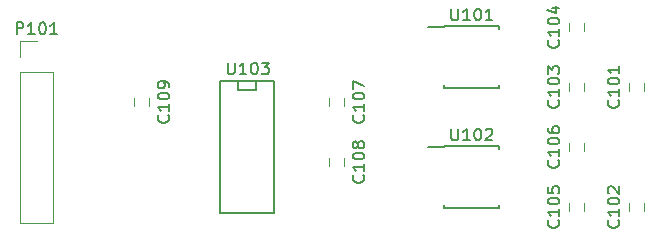
<source format=gto>
G04 #@! TF.FileFunction,Legend,Top*
%FSLAX46Y46*%
G04 Gerber Fmt 4.6, Leading zero omitted, Abs format (unit mm)*
G04 Created by KiCad (PCBNEW 4.0.4+e1-6308~48~ubuntu15.10.1-stable) date Wed Feb  8 23:39:13 2017*
%MOMM*%
%LPD*%
G01*
G04 APERTURE LIST*
%ADD10C,0.100000*%
%ADD11C,0.150000*%
%ADD12C,0.120000*%
G04 APERTURE END LIST*
D10*
D11*
X165862000Y-107442000D02*
X165862000Y-108204000D01*
X165862000Y-108204000D02*
X164338000Y-108204000D01*
X164338000Y-108204000D02*
X164338000Y-107442000D01*
X167386000Y-118618000D02*
X162814000Y-118618000D01*
X162814000Y-118618000D02*
X162814000Y-107442000D01*
X162814000Y-107442000D02*
X167386000Y-107442000D01*
X167386000Y-107442000D02*
X167386000Y-118618000D01*
D12*
X197520000Y-108300000D02*
X197520000Y-107600000D01*
X198720000Y-107600000D02*
X198720000Y-108300000D01*
X197520000Y-118460000D02*
X197520000Y-117760000D01*
X198720000Y-117760000D02*
X198720000Y-118460000D01*
X193640000Y-107600000D02*
X193640000Y-108300000D01*
X192440000Y-108300000D02*
X192440000Y-107600000D01*
X192440000Y-103220000D02*
X192440000Y-102520000D01*
X193640000Y-102520000D02*
X193640000Y-103220000D01*
X193640000Y-117760000D02*
X193640000Y-118460000D01*
X192440000Y-118460000D02*
X192440000Y-117760000D01*
X192440000Y-113380000D02*
X192440000Y-112680000D01*
X193640000Y-112680000D02*
X193640000Y-113380000D01*
X172120000Y-109570000D02*
X172120000Y-108870000D01*
X173320000Y-108870000D02*
X173320000Y-109570000D01*
X173320000Y-113950000D02*
X173320000Y-114650000D01*
X172120000Y-114650000D02*
X172120000Y-113950000D01*
X156810000Y-108870000D02*
X156810000Y-109570000D01*
X155610000Y-109570000D02*
X155610000Y-108870000D01*
X145930000Y-106680000D02*
X145930000Y-119500000D01*
X145930000Y-119500000D02*
X148710000Y-119500000D01*
X148710000Y-119500000D02*
X148710000Y-106680000D01*
X148710000Y-106680000D02*
X145930000Y-106680000D01*
X145930000Y-105410000D02*
X145930000Y-104020000D01*
X145930000Y-104020000D02*
X147320000Y-104020000D01*
D11*
X181825000Y-102785000D02*
X181825000Y-102910000D01*
X186475000Y-102785000D02*
X186475000Y-103010000D01*
X186475000Y-108035000D02*
X186475000Y-107810000D01*
X181825000Y-108035000D02*
X181825000Y-107810000D01*
X181825000Y-102785000D02*
X186475000Y-102785000D01*
X181825000Y-108035000D02*
X186475000Y-108035000D01*
X181825000Y-102910000D02*
X180475000Y-102910000D01*
X181825000Y-112945000D02*
X181825000Y-113070000D01*
X186475000Y-112945000D02*
X186475000Y-113170000D01*
X186475000Y-118195000D02*
X186475000Y-117970000D01*
X181825000Y-118195000D02*
X181825000Y-117970000D01*
X181825000Y-112945000D02*
X186475000Y-112945000D01*
X181825000Y-118195000D02*
X186475000Y-118195000D01*
X181825000Y-113070000D02*
X180475000Y-113070000D01*
X163512714Y-105878381D02*
X163512714Y-106687905D01*
X163560333Y-106783143D01*
X163607952Y-106830762D01*
X163703190Y-106878381D01*
X163893667Y-106878381D01*
X163988905Y-106830762D01*
X164036524Y-106783143D01*
X164084143Y-106687905D01*
X164084143Y-105878381D01*
X165084143Y-106878381D02*
X164512714Y-106878381D01*
X164798428Y-106878381D02*
X164798428Y-105878381D01*
X164703190Y-106021238D01*
X164607952Y-106116476D01*
X164512714Y-106164095D01*
X165703190Y-105878381D02*
X165798429Y-105878381D01*
X165893667Y-105926000D01*
X165941286Y-105973619D01*
X165988905Y-106068857D01*
X166036524Y-106259333D01*
X166036524Y-106497429D01*
X165988905Y-106687905D01*
X165941286Y-106783143D01*
X165893667Y-106830762D01*
X165798429Y-106878381D01*
X165703190Y-106878381D01*
X165607952Y-106830762D01*
X165560333Y-106783143D01*
X165512714Y-106687905D01*
X165465095Y-106497429D01*
X165465095Y-106259333D01*
X165512714Y-106068857D01*
X165560333Y-105973619D01*
X165607952Y-105926000D01*
X165703190Y-105878381D01*
X166369857Y-105878381D02*
X166988905Y-105878381D01*
X166655571Y-106259333D01*
X166798429Y-106259333D01*
X166893667Y-106306952D01*
X166941286Y-106354571D01*
X166988905Y-106449810D01*
X166988905Y-106687905D01*
X166941286Y-106783143D01*
X166893667Y-106830762D01*
X166798429Y-106878381D01*
X166512714Y-106878381D01*
X166417476Y-106830762D01*
X166369857Y-106783143D01*
X196577143Y-109069047D02*
X196624762Y-109116666D01*
X196672381Y-109259523D01*
X196672381Y-109354761D01*
X196624762Y-109497619D01*
X196529524Y-109592857D01*
X196434286Y-109640476D01*
X196243810Y-109688095D01*
X196100952Y-109688095D01*
X195910476Y-109640476D01*
X195815238Y-109592857D01*
X195720000Y-109497619D01*
X195672381Y-109354761D01*
X195672381Y-109259523D01*
X195720000Y-109116666D01*
X195767619Y-109069047D01*
X196672381Y-108116666D02*
X196672381Y-108688095D01*
X196672381Y-108402381D02*
X195672381Y-108402381D01*
X195815238Y-108497619D01*
X195910476Y-108592857D01*
X195958095Y-108688095D01*
X195672381Y-107497619D02*
X195672381Y-107402380D01*
X195720000Y-107307142D01*
X195767619Y-107259523D01*
X195862857Y-107211904D01*
X196053333Y-107164285D01*
X196291429Y-107164285D01*
X196481905Y-107211904D01*
X196577143Y-107259523D01*
X196624762Y-107307142D01*
X196672381Y-107402380D01*
X196672381Y-107497619D01*
X196624762Y-107592857D01*
X196577143Y-107640476D01*
X196481905Y-107688095D01*
X196291429Y-107735714D01*
X196053333Y-107735714D01*
X195862857Y-107688095D01*
X195767619Y-107640476D01*
X195720000Y-107592857D01*
X195672381Y-107497619D01*
X196672381Y-106211904D02*
X196672381Y-106783333D01*
X196672381Y-106497619D02*
X195672381Y-106497619D01*
X195815238Y-106592857D01*
X195910476Y-106688095D01*
X195958095Y-106783333D01*
X196577143Y-119229047D02*
X196624762Y-119276666D01*
X196672381Y-119419523D01*
X196672381Y-119514761D01*
X196624762Y-119657619D01*
X196529524Y-119752857D01*
X196434286Y-119800476D01*
X196243810Y-119848095D01*
X196100952Y-119848095D01*
X195910476Y-119800476D01*
X195815238Y-119752857D01*
X195720000Y-119657619D01*
X195672381Y-119514761D01*
X195672381Y-119419523D01*
X195720000Y-119276666D01*
X195767619Y-119229047D01*
X196672381Y-118276666D02*
X196672381Y-118848095D01*
X196672381Y-118562381D02*
X195672381Y-118562381D01*
X195815238Y-118657619D01*
X195910476Y-118752857D01*
X195958095Y-118848095D01*
X195672381Y-117657619D02*
X195672381Y-117562380D01*
X195720000Y-117467142D01*
X195767619Y-117419523D01*
X195862857Y-117371904D01*
X196053333Y-117324285D01*
X196291429Y-117324285D01*
X196481905Y-117371904D01*
X196577143Y-117419523D01*
X196624762Y-117467142D01*
X196672381Y-117562380D01*
X196672381Y-117657619D01*
X196624762Y-117752857D01*
X196577143Y-117800476D01*
X196481905Y-117848095D01*
X196291429Y-117895714D01*
X196053333Y-117895714D01*
X195862857Y-117848095D01*
X195767619Y-117800476D01*
X195720000Y-117752857D01*
X195672381Y-117657619D01*
X195767619Y-116943333D02*
X195720000Y-116895714D01*
X195672381Y-116800476D01*
X195672381Y-116562380D01*
X195720000Y-116467142D01*
X195767619Y-116419523D01*
X195862857Y-116371904D01*
X195958095Y-116371904D01*
X196100952Y-116419523D01*
X196672381Y-116990952D01*
X196672381Y-116371904D01*
X191492143Y-109069047D02*
X191539762Y-109116666D01*
X191587381Y-109259523D01*
X191587381Y-109354761D01*
X191539762Y-109497619D01*
X191444524Y-109592857D01*
X191349286Y-109640476D01*
X191158810Y-109688095D01*
X191015952Y-109688095D01*
X190825476Y-109640476D01*
X190730238Y-109592857D01*
X190635000Y-109497619D01*
X190587381Y-109354761D01*
X190587381Y-109259523D01*
X190635000Y-109116666D01*
X190682619Y-109069047D01*
X191587381Y-108116666D02*
X191587381Y-108688095D01*
X191587381Y-108402381D02*
X190587381Y-108402381D01*
X190730238Y-108497619D01*
X190825476Y-108592857D01*
X190873095Y-108688095D01*
X190587381Y-107497619D02*
X190587381Y-107402380D01*
X190635000Y-107307142D01*
X190682619Y-107259523D01*
X190777857Y-107211904D01*
X190968333Y-107164285D01*
X191206429Y-107164285D01*
X191396905Y-107211904D01*
X191492143Y-107259523D01*
X191539762Y-107307142D01*
X191587381Y-107402380D01*
X191587381Y-107497619D01*
X191539762Y-107592857D01*
X191492143Y-107640476D01*
X191396905Y-107688095D01*
X191206429Y-107735714D01*
X190968333Y-107735714D01*
X190777857Y-107688095D01*
X190682619Y-107640476D01*
X190635000Y-107592857D01*
X190587381Y-107497619D01*
X190587381Y-106830952D02*
X190587381Y-106211904D01*
X190968333Y-106545238D01*
X190968333Y-106402380D01*
X191015952Y-106307142D01*
X191063571Y-106259523D01*
X191158810Y-106211904D01*
X191396905Y-106211904D01*
X191492143Y-106259523D01*
X191539762Y-106307142D01*
X191587381Y-106402380D01*
X191587381Y-106688095D01*
X191539762Y-106783333D01*
X191492143Y-106830952D01*
X191497143Y-103989047D02*
X191544762Y-104036666D01*
X191592381Y-104179523D01*
X191592381Y-104274761D01*
X191544762Y-104417619D01*
X191449524Y-104512857D01*
X191354286Y-104560476D01*
X191163810Y-104608095D01*
X191020952Y-104608095D01*
X190830476Y-104560476D01*
X190735238Y-104512857D01*
X190640000Y-104417619D01*
X190592381Y-104274761D01*
X190592381Y-104179523D01*
X190640000Y-104036666D01*
X190687619Y-103989047D01*
X191592381Y-103036666D02*
X191592381Y-103608095D01*
X191592381Y-103322381D02*
X190592381Y-103322381D01*
X190735238Y-103417619D01*
X190830476Y-103512857D01*
X190878095Y-103608095D01*
X190592381Y-102417619D02*
X190592381Y-102322380D01*
X190640000Y-102227142D01*
X190687619Y-102179523D01*
X190782857Y-102131904D01*
X190973333Y-102084285D01*
X191211429Y-102084285D01*
X191401905Y-102131904D01*
X191497143Y-102179523D01*
X191544762Y-102227142D01*
X191592381Y-102322380D01*
X191592381Y-102417619D01*
X191544762Y-102512857D01*
X191497143Y-102560476D01*
X191401905Y-102608095D01*
X191211429Y-102655714D01*
X190973333Y-102655714D01*
X190782857Y-102608095D01*
X190687619Y-102560476D01*
X190640000Y-102512857D01*
X190592381Y-102417619D01*
X190925714Y-101227142D02*
X191592381Y-101227142D01*
X190544762Y-101465238D02*
X191259048Y-101703333D01*
X191259048Y-101084285D01*
X191492143Y-119229047D02*
X191539762Y-119276666D01*
X191587381Y-119419523D01*
X191587381Y-119514761D01*
X191539762Y-119657619D01*
X191444524Y-119752857D01*
X191349286Y-119800476D01*
X191158810Y-119848095D01*
X191015952Y-119848095D01*
X190825476Y-119800476D01*
X190730238Y-119752857D01*
X190635000Y-119657619D01*
X190587381Y-119514761D01*
X190587381Y-119419523D01*
X190635000Y-119276666D01*
X190682619Y-119229047D01*
X191587381Y-118276666D02*
X191587381Y-118848095D01*
X191587381Y-118562381D02*
X190587381Y-118562381D01*
X190730238Y-118657619D01*
X190825476Y-118752857D01*
X190873095Y-118848095D01*
X190587381Y-117657619D02*
X190587381Y-117562380D01*
X190635000Y-117467142D01*
X190682619Y-117419523D01*
X190777857Y-117371904D01*
X190968333Y-117324285D01*
X191206429Y-117324285D01*
X191396905Y-117371904D01*
X191492143Y-117419523D01*
X191539762Y-117467142D01*
X191587381Y-117562380D01*
X191587381Y-117657619D01*
X191539762Y-117752857D01*
X191492143Y-117800476D01*
X191396905Y-117848095D01*
X191206429Y-117895714D01*
X190968333Y-117895714D01*
X190777857Y-117848095D01*
X190682619Y-117800476D01*
X190635000Y-117752857D01*
X190587381Y-117657619D01*
X190587381Y-116419523D02*
X190587381Y-116895714D01*
X191063571Y-116943333D01*
X191015952Y-116895714D01*
X190968333Y-116800476D01*
X190968333Y-116562380D01*
X191015952Y-116467142D01*
X191063571Y-116419523D01*
X191158810Y-116371904D01*
X191396905Y-116371904D01*
X191492143Y-116419523D01*
X191539762Y-116467142D01*
X191587381Y-116562380D01*
X191587381Y-116800476D01*
X191539762Y-116895714D01*
X191492143Y-116943333D01*
X191497143Y-114149047D02*
X191544762Y-114196666D01*
X191592381Y-114339523D01*
X191592381Y-114434761D01*
X191544762Y-114577619D01*
X191449524Y-114672857D01*
X191354286Y-114720476D01*
X191163810Y-114768095D01*
X191020952Y-114768095D01*
X190830476Y-114720476D01*
X190735238Y-114672857D01*
X190640000Y-114577619D01*
X190592381Y-114434761D01*
X190592381Y-114339523D01*
X190640000Y-114196666D01*
X190687619Y-114149047D01*
X191592381Y-113196666D02*
X191592381Y-113768095D01*
X191592381Y-113482381D02*
X190592381Y-113482381D01*
X190735238Y-113577619D01*
X190830476Y-113672857D01*
X190878095Y-113768095D01*
X190592381Y-112577619D02*
X190592381Y-112482380D01*
X190640000Y-112387142D01*
X190687619Y-112339523D01*
X190782857Y-112291904D01*
X190973333Y-112244285D01*
X191211429Y-112244285D01*
X191401905Y-112291904D01*
X191497143Y-112339523D01*
X191544762Y-112387142D01*
X191592381Y-112482380D01*
X191592381Y-112577619D01*
X191544762Y-112672857D01*
X191497143Y-112720476D01*
X191401905Y-112768095D01*
X191211429Y-112815714D01*
X190973333Y-112815714D01*
X190782857Y-112768095D01*
X190687619Y-112720476D01*
X190640000Y-112672857D01*
X190592381Y-112577619D01*
X190592381Y-111387142D02*
X190592381Y-111577619D01*
X190640000Y-111672857D01*
X190687619Y-111720476D01*
X190830476Y-111815714D01*
X191020952Y-111863333D01*
X191401905Y-111863333D01*
X191497143Y-111815714D01*
X191544762Y-111768095D01*
X191592381Y-111672857D01*
X191592381Y-111482380D01*
X191544762Y-111387142D01*
X191497143Y-111339523D01*
X191401905Y-111291904D01*
X191163810Y-111291904D01*
X191068571Y-111339523D01*
X191020952Y-111387142D01*
X190973333Y-111482380D01*
X190973333Y-111672857D01*
X191020952Y-111768095D01*
X191068571Y-111815714D01*
X191163810Y-111863333D01*
X174982143Y-110339047D02*
X175029762Y-110386666D01*
X175077381Y-110529523D01*
X175077381Y-110624761D01*
X175029762Y-110767619D01*
X174934524Y-110862857D01*
X174839286Y-110910476D01*
X174648810Y-110958095D01*
X174505952Y-110958095D01*
X174315476Y-110910476D01*
X174220238Y-110862857D01*
X174125000Y-110767619D01*
X174077381Y-110624761D01*
X174077381Y-110529523D01*
X174125000Y-110386666D01*
X174172619Y-110339047D01*
X175077381Y-109386666D02*
X175077381Y-109958095D01*
X175077381Y-109672381D02*
X174077381Y-109672381D01*
X174220238Y-109767619D01*
X174315476Y-109862857D01*
X174363095Y-109958095D01*
X174077381Y-108767619D02*
X174077381Y-108672380D01*
X174125000Y-108577142D01*
X174172619Y-108529523D01*
X174267857Y-108481904D01*
X174458333Y-108434285D01*
X174696429Y-108434285D01*
X174886905Y-108481904D01*
X174982143Y-108529523D01*
X175029762Y-108577142D01*
X175077381Y-108672380D01*
X175077381Y-108767619D01*
X175029762Y-108862857D01*
X174982143Y-108910476D01*
X174886905Y-108958095D01*
X174696429Y-109005714D01*
X174458333Y-109005714D01*
X174267857Y-108958095D01*
X174172619Y-108910476D01*
X174125000Y-108862857D01*
X174077381Y-108767619D01*
X174077381Y-108100952D02*
X174077381Y-107434285D01*
X175077381Y-107862857D01*
X174977143Y-115419047D02*
X175024762Y-115466666D01*
X175072381Y-115609523D01*
X175072381Y-115704761D01*
X175024762Y-115847619D01*
X174929524Y-115942857D01*
X174834286Y-115990476D01*
X174643810Y-116038095D01*
X174500952Y-116038095D01*
X174310476Y-115990476D01*
X174215238Y-115942857D01*
X174120000Y-115847619D01*
X174072381Y-115704761D01*
X174072381Y-115609523D01*
X174120000Y-115466666D01*
X174167619Y-115419047D01*
X175072381Y-114466666D02*
X175072381Y-115038095D01*
X175072381Y-114752381D02*
X174072381Y-114752381D01*
X174215238Y-114847619D01*
X174310476Y-114942857D01*
X174358095Y-115038095D01*
X174072381Y-113847619D02*
X174072381Y-113752380D01*
X174120000Y-113657142D01*
X174167619Y-113609523D01*
X174262857Y-113561904D01*
X174453333Y-113514285D01*
X174691429Y-113514285D01*
X174881905Y-113561904D01*
X174977143Y-113609523D01*
X175024762Y-113657142D01*
X175072381Y-113752380D01*
X175072381Y-113847619D01*
X175024762Y-113942857D01*
X174977143Y-113990476D01*
X174881905Y-114038095D01*
X174691429Y-114085714D01*
X174453333Y-114085714D01*
X174262857Y-114038095D01*
X174167619Y-113990476D01*
X174120000Y-113942857D01*
X174072381Y-113847619D01*
X174500952Y-112942857D02*
X174453333Y-113038095D01*
X174405714Y-113085714D01*
X174310476Y-113133333D01*
X174262857Y-113133333D01*
X174167619Y-113085714D01*
X174120000Y-113038095D01*
X174072381Y-112942857D01*
X174072381Y-112752380D01*
X174120000Y-112657142D01*
X174167619Y-112609523D01*
X174262857Y-112561904D01*
X174310476Y-112561904D01*
X174405714Y-112609523D01*
X174453333Y-112657142D01*
X174500952Y-112752380D01*
X174500952Y-112942857D01*
X174548571Y-113038095D01*
X174596190Y-113085714D01*
X174691429Y-113133333D01*
X174881905Y-113133333D01*
X174977143Y-113085714D01*
X175024762Y-113038095D01*
X175072381Y-112942857D01*
X175072381Y-112752380D01*
X175024762Y-112657142D01*
X174977143Y-112609523D01*
X174881905Y-112561904D01*
X174691429Y-112561904D01*
X174596190Y-112609523D01*
X174548571Y-112657142D01*
X174500952Y-112752380D01*
X158467143Y-110339047D02*
X158514762Y-110386666D01*
X158562381Y-110529523D01*
X158562381Y-110624761D01*
X158514762Y-110767619D01*
X158419524Y-110862857D01*
X158324286Y-110910476D01*
X158133810Y-110958095D01*
X157990952Y-110958095D01*
X157800476Y-110910476D01*
X157705238Y-110862857D01*
X157610000Y-110767619D01*
X157562381Y-110624761D01*
X157562381Y-110529523D01*
X157610000Y-110386666D01*
X157657619Y-110339047D01*
X158562381Y-109386666D02*
X158562381Y-109958095D01*
X158562381Y-109672381D02*
X157562381Y-109672381D01*
X157705238Y-109767619D01*
X157800476Y-109862857D01*
X157848095Y-109958095D01*
X157562381Y-108767619D02*
X157562381Y-108672380D01*
X157610000Y-108577142D01*
X157657619Y-108529523D01*
X157752857Y-108481904D01*
X157943333Y-108434285D01*
X158181429Y-108434285D01*
X158371905Y-108481904D01*
X158467143Y-108529523D01*
X158514762Y-108577142D01*
X158562381Y-108672380D01*
X158562381Y-108767619D01*
X158514762Y-108862857D01*
X158467143Y-108910476D01*
X158371905Y-108958095D01*
X158181429Y-109005714D01*
X157943333Y-109005714D01*
X157752857Y-108958095D01*
X157657619Y-108910476D01*
X157610000Y-108862857D01*
X157562381Y-108767619D01*
X158562381Y-107958095D02*
X158562381Y-107767619D01*
X158514762Y-107672380D01*
X158467143Y-107624761D01*
X158324286Y-107529523D01*
X158133810Y-107481904D01*
X157752857Y-107481904D01*
X157657619Y-107529523D01*
X157610000Y-107577142D01*
X157562381Y-107672380D01*
X157562381Y-107862857D01*
X157610000Y-107958095D01*
X157657619Y-108005714D01*
X157752857Y-108053333D01*
X157990952Y-108053333D01*
X158086190Y-108005714D01*
X158133810Y-107958095D01*
X158181429Y-107862857D01*
X158181429Y-107672380D01*
X158133810Y-107577142D01*
X158086190Y-107529523D01*
X157990952Y-107481904D01*
X145629524Y-103472381D02*
X145629524Y-102472381D01*
X146010477Y-102472381D01*
X146105715Y-102520000D01*
X146153334Y-102567619D01*
X146200953Y-102662857D01*
X146200953Y-102805714D01*
X146153334Y-102900952D01*
X146105715Y-102948571D01*
X146010477Y-102996190D01*
X145629524Y-102996190D01*
X147153334Y-103472381D02*
X146581905Y-103472381D01*
X146867619Y-103472381D02*
X146867619Y-102472381D01*
X146772381Y-102615238D01*
X146677143Y-102710476D01*
X146581905Y-102758095D01*
X147772381Y-102472381D02*
X147867620Y-102472381D01*
X147962858Y-102520000D01*
X148010477Y-102567619D01*
X148058096Y-102662857D01*
X148105715Y-102853333D01*
X148105715Y-103091429D01*
X148058096Y-103281905D01*
X148010477Y-103377143D01*
X147962858Y-103424762D01*
X147867620Y-103472381D01*
X147772381Y-103472381D01*
X147677143Y-103424762D01*
X147629524Y-103377143D01*
X147581905Y-103281905D01*
X147534286Y-103091429D01*
X147534286Y-102853333D01*
X147581905Y-102662857D01*
X147629524Y-102567619D01*
X147677143Y-102520000D01*
X147772381Y-102472381D01*
X149058096Y-103472381D02*
X148486667Y-103472381D01*
X148772381Y-103472381D02*
X148772381Y-102472381D01*
X148677143Y-102615238D01*
X148581905Y-102710476D01*
X148486667Y-102758095D01*
X182435714Y-101312381D02*
X182435714Y-102121905D01*
X182483333Y-102217143D01*
X182530952Y-102264762D01*
X182626190Y-102312381D01*
X182816667Y-102312381D01*
X182911905Y-102264762D01*
X182959524Y-102217143D01*
X183007143Y-102121905D01*
X183007143Y-101312381D01*
X184007143Y-102312381D02*
X183435714Y-102312381D01*
X183721428Y-102312381D02*
X183721428Y-101312381D01*
X183626190Y-101455238D01*
X183530952Y-101550476D01*
X183435714Y-101598095D01*
X184626190Y-101312381D02*
X184721429Y-101312381D01*
X184816667Y-101360000D01*
X184864286Y-101407619D01*
X184911905Y-101502857D01*
X184959524Y-101693333D01*
X184959524Y-101931429D01*
X184911905Y-102121905D01*
X184864286Y-102217143D01*
X184816667Y-102264762D01*
X184721429Y-102312381D01*
X184626190Y-102312381D01*
X184530952Y-102264762D01*
X184483333Y-102217143D01*
X184435714Y-102121905D01*
X184388095Y-101931429D01*
X184388095Y-101693333D01*
X184435714Y-101502857D01*
X184483333Y-101407619D01*
X184530952Y-101360000D01*
X184626190Y-101312381D01*
X185911905Y-102312381D02*
X185340476Y-102312381D01*
X185626190Y-102312381D02*
X185626190Y-101312381D01*
X185530952Y-101455238D01*
X185435714Y-101550476D01*
X185340476Y-101598095D01*
X182435714Y-111472381D02*
X182435714Y-112281905D01*
X182483333Y-112377143D01*
X182530952Y-112424762D01*
X182626190Y-112472381D01*
X182816667Y-112472381D01*
X182911905Y-112424762D01*
X182959524Y-112377143D01*
X183007143Y-112281905D01*
X183007143Y-111472381D01*
X184007143Y-112472381D02*
X183435714Y-112472381D01*
X183721428Y-112472381D02*
X183721428Y-111472381D01*
X183626190Y-111615238D01*
X183530952Y-111710476D01*
X183435714Y-111758095D01*
X184626190Y-111472381D02*
X184721429Y-111472381D01*
X184816667Y-111520000D01*
X184864286Y-111567619D01*
X184911905Y-111662857D01*
X184959524Y-111853333D01*
X184959524Y-112091429D01*
X184911905Y-112281905D01*
X184864286Y-112377143D01*
X184816667Y-112424762D01*
X184721429Y-112472381D01*
X184626190Y-112472381D01*
X184530952Y-112424762D01*
X184483333Y-112377143D01*
X184435714Y-112281905D01*
X184388095Y-112091429D01*
X184388095Y-111853333D01*
X184435714Y-111662857D01*
X184483333Y-111567619D01*
X184530952Y-111520000D01*
X184626190Y-111472381D01*
X185340476Y-111567619D02*
X185388095Y-111520000D01*
X185483333Y-111472381D01*
X185721429Y-111472381D01*
X185816667Y-111520000D01*
X185864286Y-111567619D01*
X185911905Y-111662857D01*
X185911905Y-111758095D01*
X185864286Y-111900952D01*
X185292857Y-112472381D01*
X185911905Y-112472381D01*
M02*

</source>
